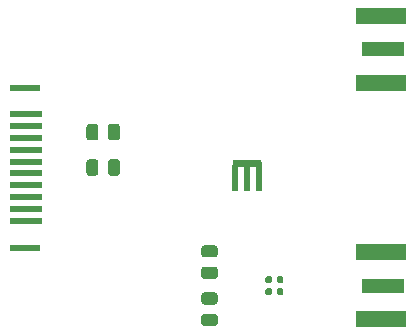
<source format=gbr>
%TF.GenerationSoftware,KiCad,Pcbnew,5.1.10-1.fc33*%
%TF.CreationDate,2021-08-29T16:43:16-05:00*%
%TF.ProjectId,serdes-rf-hdmi,73657264-6573-42d7-9266-2d68646d692e,A*%
%TF.SameCoordinates,Original*%
%TF.FileFunction,Soldermask,Top*%
%TF.FilePolarity,Negative*%
%FSLAX46Y46*%
G04 Gerber Fmt 4.6, Leading zero omitted, Abs format (unit mm)*
G04 Created by KiCad (PCBNEW 5.1.10-1.fc33) date 2021-08-29 16:43:16*
%MOMM*%
%LPD*%
G01*
G04 APERTURE LIST*
%ADD10C,0.010000*%
%ADD11R,3.600000X1.270000*%
%ADD12R,4.200000X1.350000*%
%ADD13R,2.600000X0.600000*%
%ADD14R,2.800000X0.500000*%
G04 APERTURE END LIST*
D10*
%TO.C,G1*%
G36*
X138871871Y-84328133D02*
G01*
X139070299Y-84328377D01*
X139233672Y-84328956D01*
X139365631Y-84330011D01*
X139469816Y-84331683D01*
X139549865Y-84334114D01*
X139609420Y-84337444D01*
X139652119Y-84341816D01*
X139681601Y-84347369D01*
X139701508Y-84354246D01*
X139715478Y-84362588D01*
X139724778Y-84370367D01*
X139749069Y-84392328D01*
X139769725Y-84413065D01*
X139787060Y-84436017D01*
X139801388Y-84464628D01*
X139813023Y-84502339D01*
X139822277Y-84552591D01*
X139829464Y-84618828D01*
X139834897Y-84704489D01*
X139838891Y-84813019D01*
X139841758Y-84947857D01*
X139843813Y-85112446D01*
X139845367Y-85310228D01*
X139846736Y-85544645D01*
X139847683Y-85719792D01*
X139854116Y-86899834D01*
X139407334Y-86899834D01*
X139407334Y-84846667D01*
X138857000Y-84846667D01*
X138857000Y-86899834D01*
X138412500Y-86899834D01*
X138412500Y-84846667D01*
X137862167Y-84846667D01*
X137862167Y-86899834D01*
X137438834Y-86899834D01*
X137438834Y-85713449D01*
X137438848Y-85452762D01*
X137439071Y-85230987D01*
X137439771Y-85044705D01*
X137441220Y-84890495D01*
X137443686Y-84764937D01*
X137447439Y-84664611D01*
X137452749Y-84586096D01*
X137459885Y-84525971D01*
X137469117Y-84480817D01*
X137480715Y-84447213D01*
X137494948Y-84421738D01*
X137512087Y-84400973D01*
X137532400Y-84381497D01*
X137544722Y-84370367D01*
X137556569Y-84360759D01*
X137571455Y-84352728D01*
X137593021Y-84346133D01*
X137624906Y-84340832D01*
X137670750Y-84336684D01*
X137734192Y-84333549D01*
X137818872Y-84331284D01*
X137928431Y-84329750D01*
X138066507Y-84328803D01*
X138236740Y-84328305D01*
X138442770Y-84328112D01*
X138634750Y-84328084D01*
X138871871Y-84328133D01*
G37*
X138871871Y-84328133D02*
X139070299Y-84328377D01*
X139233672Y-84328956D01*
X139365631Y-84330011D01*
X139469816Y-84331683D01*
X139549865Y-84334114D01*
X139609420Y-84337444D01*
X139652119Y-84341816D01*
X139681601Y-84347369D01*
X139701508Y-84354246D01*
X139715478Y-84362588D01*
X139724778Y-84370367D01*
X139749069Y-84392328D01*
X139769725Y-84413065D01*
X139787060Y-84436017D01*
X139801388Y-84464628D01*
X139813023Y-84502339D01*
X139822277Y-84552591D01*
X139829464Y-84618828D01*
X139834897Y-84704489D01*
X139838891Y-84813019D01*
X139841758Y-84947857D01*
X139843813Y-85112446D01*
X139845367Y-85310228D01*
X139846736Y-85544645D01*
X139847683Y-85719792D01*
X139854116Y-86899834D01*
X139407334Y-86899834D01*
X139407334Y-84846667D01*
X138857000Y-84846667D01*
X138857000Y-86899834D01*
X138412500Y-86899834D01*
X138412500Y-84846667D01*
X137862167Y-84846667D01*
X137862167Y-86899834D01*
X137438834Y-86899834D01*
X137438834Y-85713449D01*
X137438848Y-85452762D01*
X137439071Y-85230987D01*
X137439771Y-85044705D01*
X137441220Y-84890495D01*
X137443686Y-84764937D01*
X137447439Y-84664611D01*
X137452749Y-84586096D01*
X137459885Y-84525971D01*
X137469117Y-84480817D01*
X137480715Y-84447213D01*
X137494948Y-84421738D01*
X137512087Y-84400973D01*
X137532400Y-84381497D01*
X137544722Y-84370367D01*
X137556569Y-84360759D01*
X137571455Y-84352728D01*
X137593021Y-84346133D01*
X137624906Y-84340832D01*
X137670750Y-84336684D01*
X137734192Y-84333549D01*
X137818872Y-84331284D01*
X137928431Y-84329750D01*
X138066507Y-84328803D01*
X138236740Y-84328305D01*
X138442770Y-84328112D01*
X138634750Y-84328084D01*
X138871871Y-84328133D01*
%TD*%
%TO.C,R5*%
G36*
G01*
X126900000Y-82450001D02*
X126900000Y-81549999D01*
G75*
G02*
X127149999Y-81300000I249999J0D01*
G01*
X127675001Y-81300000D01*
G75*
G02*
X127925000Y-81549999I0J-249999D01*
G01*
X127925000Y-82450001D01*
G75*
G02*
X127675001Y-82700000I-249999J0D01*
G01*
X127149999Y-82700000D01*
G75*
G02*
X126900000Y-82450001I0J249999D01*
G01*
G37*
G36*
G01*
X125075000Y-82450001D02*
X125075000Y-81549999D01*
G75*
G02*
X125324999Y-81300000I249999J0D01*
G01*
X125850001Y-81300000D01*
G75*
G02*
X126100000Y-81549999I0J-249999D01*
G01*
X126100000Y-82450001D01*
G75*
G02*
X125850001Y-82700000I-249999J0D01*
G01*
X125324999Y-82700000D01*
G75*
G02*
X125075000Y-82450001I0J249999D01*
G01*
G37*
%TD*%
%TO.C,R4*%
G36*
G01*
X135049999Y-97400000D02*
X135950001Y-97400000D01*
G75*
G02*
X136200000Y-97649999I0J-249999D01*
G01*
X136200000Y-98175001D01*
G75*
G02*
X135950001Y-98425000I-249999J0D01*
G01*
X135049999Y-98425000D01*
G75*
G02*
X134800000Y-98175001I0J249999D01*
G01*
X134800000Y-97649999D01*
G75*
G02*
X135049999Y-97400000I249999J0D01*
G01*
G37*
G36*
G01*
X135049999Y-95575000D02*
X135950001Y-95575000D01*
G75*
G02*
X136200000Y-95824999I0J-249999D01*
G01*
X136200000Y-96350001D01*
G75*
G02*
X135950001Y-96600000I-249999J0D01*
G01*
X135049999Y-96600000D01*
G75*
G02*
X134800000Y-96350001I0J249999D01*
G01*
X134800000Y-95824999D01*
G75*
G02*
X135049999Y-95575000I249999J0D01*
G01*
G37*
%TD*%
%TO.C,R3*%
G36*
G01*
X135950001Y-92600000D02*
X135049999Y-92600000D01*
G75*
G02*
X134800000Y-92350001I0J249999D01*
G01*
X134800000Y-91824999D01*
G75*
G02*
X135049999Y-91575000I249999J0D01*
G01*
X135950001Y-91575000D01*
G75*
G02*
X136200000Y-91824999I0J-249999D01*
G01*
X136200000Y-92350001D01*
G75*
G02*
X135950001Y-92600000I-249999J0D01*
G01*
G37*
G36*
G01*
X135950001Y-94425000D02*
X135049999Y-94425000D01*
G75*
G02*
X134800000Y-94175001I0J249999D01*
G01*
X134800000Y-93649999D01*
G75*
G02*
X135049999Y-93400000I249999J0D01*
G01*
X135950001Y-93400000D01*
G75*
G02*
X136200000Y-93649999I0J-249999D01*
G01*
X136200000Y-94175001D01*
G75*
G02*
X135950001Y-94425000I-249999J0D01*
G01*
G37*
%TD*%
%TO.C,R2*%
G36*
G01*
X126900000Y-85450001D02*
X126900000Y-84549999D01*
G75*
G02*
X127149999Y-84300000I249999J0D01*
G01*
X127675001Y-84300000D01*
G75*
G02*
X127925000Y-84549999I0J-249999D01*
G01*
X127925000Y-85450001D01*
G75*
G02*
X127675001Y-85700000I-249999J0D01*
G01*
X127149999Y-85700000D01*
G75*
G02*
X126900000Y-85450001I0J249999D01*
G01*
G37*
G36*
G01*
X125075000Y-85450001D02*
X125075000Y-84549999D01*
G75*
G02*
X125324999Y-84300000I249999J0D01*
G01*
X125850001Y-84300000D01*
G75*
G02*
X126100000Y-84549999I0J-249999D01*
G01*
X126100000Y-85450001D01*
G75*
G02*
X125850001Y-85700000I-249999J0D01*
G01*
X125324999Y-85700000D01*
G75*
G02*
X125075000Y-85450001I0J249999D01*
G01*
G37*
%TD*%
D11*
%TO.C,J3*%
X150200000Y-75000000D03*
D12*
X150000000Y-72175000D03*
X150000000Y-77825000D03*
%TD*%
D11*
%TO.C,J2*%
X150200000Y-95000000D03*
D12*
X150000000Y-92175000D03*
X150000000Y-97825000D03*
%TD*%
D13*
%TO.C,J1*%
X119900000Y-91775000D03*
X119900000Y-78225000D03*
D14*
X120000000Y-89500000D03*
X120000000Y-88500000D03*
X120000000Y-87500000D03*
X120000000Y-86500000D03*
X120000000Y-85500000D03*
X120000000Y-84500000D03*
X120000000Y-83500000D03*
X120000000Y-82500000D03*
X120000000Y-81500000D03*
X120000000Y-80500000D03*
%TD*%
%TO.C,C2*%
G36*
G01*
X140800000Y-94330000D02*
X140800000Y-94670000D01*
G75*
G02*
X140660000Y-94810000I-140000J0D01*
G01*
X140380000Y-94810000D01*
G75*
G02*
X140240000Y-94670000I0J140000D01*
G01*
X140240000Y-94330000D01*
G75*
G02*
X140380000Y-94190000I140000J0D01*
G01*
X140660000Y-94190000D01*
G75*
G02*
X140800000Y-94330000I0J-140000D01*
G01*
G37*
G36*
G01*
X141760000Y-94330000D02*
X141760000Y-94670000D01*
G75*
G02*
X141620000Y-94810000I-140000J0D01*
G01*
X141340000Y-94810000D01*
G75*
G02*
X141200000Y-94670000I0J140000D01*
G01*
X141200000Y-94330000D01*
G75*
G02*
X141340000Y-94190000I140000J0D01*
G01*
X141620000Y-94190000D01*
G75*
G02*
X141760000Y-94330000I0J-140000D01*
G01*
G37*
%TD*%
%TO.C,C1*%
G36*
G01*
X140800000Y-95330000D02*
X140800000Y-95670000D01*
G75*
G02*
X140660000Y-95810000I-140000J0D01*
G01*
X140380000Y-95810000D01*
G75*
G02*
X140240000Y-95670000I0J140000D01*
G01*
X140240000Y-95330000D01*
G75*
G02*
X140380000Y-95190000I140000J0D01*
G01*
X140660000Y-95190000D01*
G75*
G02*
X140800000Y-95330000I0J-140000D01*
G01*
G37*
G36*
G01*
X141760000Y-95330000D02*
X141760000Y-95670000D01*
G75*
G02*
X141620000Y-95810000I-140000J0D01*
G01*
X141340000Y-95810000D01*
G75*
G02*
X141200000Y-95670000I0J140000D01*
G01*
X141200000Y-95330000D01*
G75*
G02*
X141340000Y-95190000I140000J0D01*
G01*
X141620000Y-95190000D01*
G75*
G02*
X141760000Y-95330000I0J-140000D01*
G01*
G37*
%TD*%
M02*

</source>
